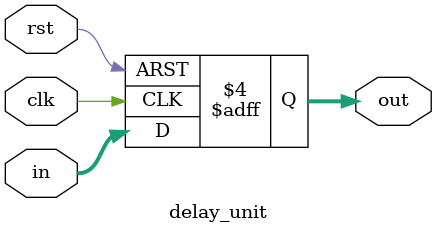
<source format=v>
module delay_unit(clk, rst, in, out);
input	clk, rst;
input	signed [7:0] in;
output reg signed [7:0] out;
initial begin
out <= 0;
end
always @ (posedge clk or negedge rst) begin
if(!rst)
  out <= 0;
else
  out <= in;
end
endmodule
</source>
